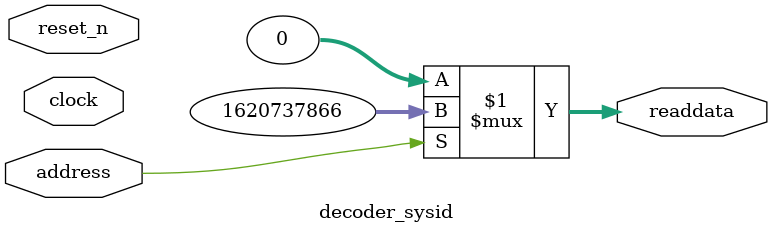
<source format=v>



// synthesis translate_off
`timescale 1ns / 1ps
// synthesis translate_on

// turn off superfluous verilog processor warnings 
// altera message_level Level1 
// altera message_off 10034 10035 10036 10037 10230 10240 10030 

module decoder_sysid (
               // inputs:
                address,
                clock,
                reset_n,

               // outputs:
                readdata
             )
;

  output  [ 31: 0] readdata;
  input            address;
  input            clock;
  input            reset_n;

  wire    [ 31: 0] readdata;
  //control_slave, which is an e_avalon_slave
  assign readdata = address ? 1620737866 : 0;

endmodule



</source>
